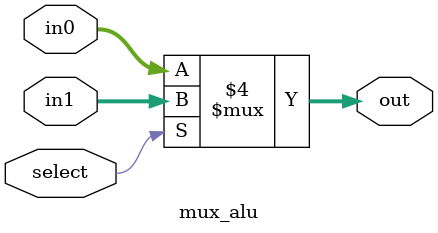
<source format=v>
`timescale 1ns / 1ps


module mux_alu(in0, in1, select, out );
input [4:0] in0;
input [4:0] in1;
input select;
output reg [4:0] out;


always @ (in0, in1, select)

begin

if (select == 0)

out = in0;

else

out = in1;

$display(out);
end

endmodule

</source>
